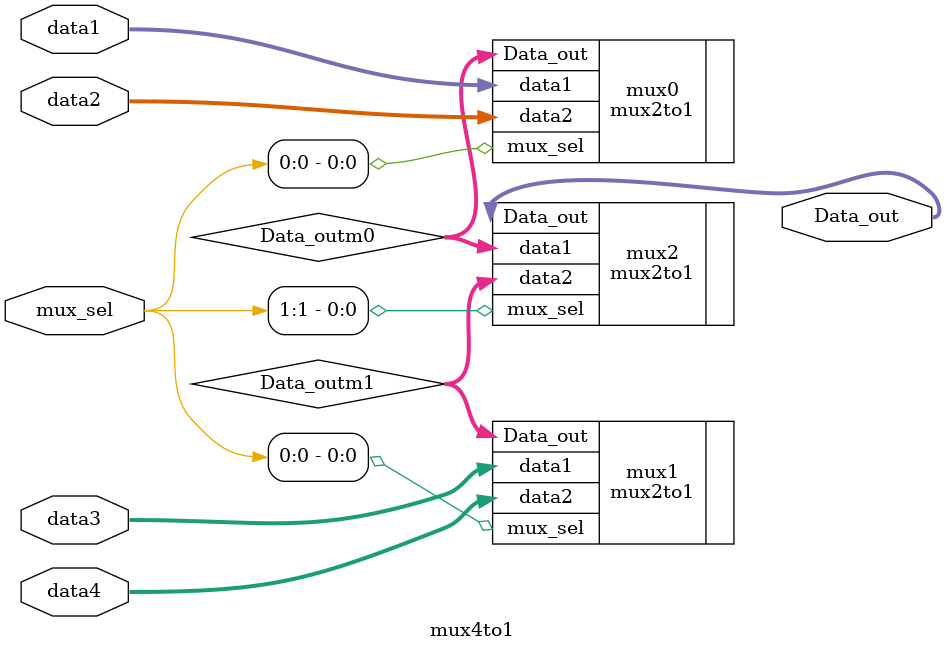
<source format=v>
module mux4to1
#(
	parameter Nbit=12
)
(
	input [1:0]mux_sel,
	input [Nbit-1:0] data1,
	input [Nbit-1:0] data2,
	input [Nbit-1:0] data3,
	input [Nbit-1:0] data4,
	output [Nbit-1:0] Data_out
);


wire [Nbit-1:0] Data_outm0;
wire [Nbit-1:0] Data_outm1;

mux2to1
#(
	.Nbit(Nbit)
)mux0
(
	.mux_sel(mux_sel[0]),
	.data1(data1),
	.data2(data2),
	.Data_out(Data_outm0)
);

mux2to1
#(
	.Nbit(Nbit)
)mux1
(
	.mux_sel(mux_sel[0]),
	.data1(data3),
	.data2(data4),
	.Data_out(Data_outm1)
);

mux2to1
#(
	.Nbit(Nbit)
)mux2
(
	.mux_sel(mux_sel[1]),
	.data1(Data_outm0),
	.data2(Data_outm1),
	.Data_out(Data_out)
);

endmodule
</source>
